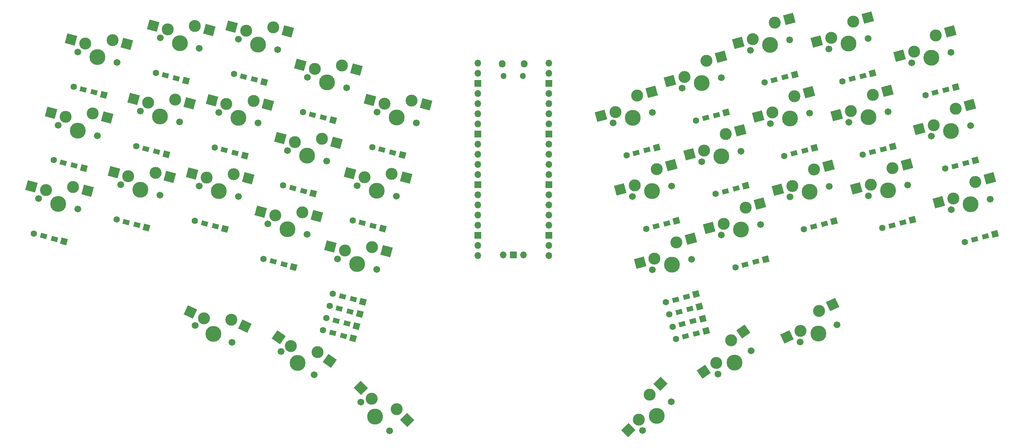
<source format=gbs>
G04 #@! TF.GenerationSoftware,KiCad,Pcbnew,(6.0.4)*
G04 #@! TF.CreationDate,2023-02-24T10:48:44-05:00*
G04 #@! TF.ProjectId,crowboard,63726f77-626f-4617-9264-2e6b69636164,rev?*
G04 #@! TF.SameCoordinates,Original*
G04 #@! TF.FileFunction,Soldermask,Bot*
G04 #@! TF.FilePolarity,Negative*
%FSLAX46Y46*%
G04 Gerber Fmt 4.6, Leading zero omitted, Abs format (unit mm)*
G04 Created by KiCad (PCBNEW (6.0.4)) date 2023-02-24 10:48:44*
%MOMM*%
%LPD*%
G01*
G04 APERTURE LIST*
G04 Aperture macros list*
%AMRotRect*
0 Rectangle, with rotation*
0 The origin of the aperture is its center*
0 $1 length*
0 $2 width*
0 $3 Rotation angle, in degrees counterclockwise*
0 Add horizontal line*
21,1,$1,$2,0,0,$3*%
G04 Aperture macros list end*
%ADD10RotRect,2.550000X2.500000X25.000000*%
%ADD11C,3.000000*%
%ADD12C,3.987800*%
%ADD13C,1.701800*%
%ADD14RotRect,2.550000X2.500000X35.000000*%
%ADD15RotRect,2.550000X2.500000X45.000000*%
%ADD16RotRect,2.550000X2.500000X315.000000*%
%ADD17RotRect,2.550000X2.500000X325.000000*%
%ADD18RotRect,2.550000X2.500000X335.000000*%
%ADD19RotRect,2.550000X2.500000X15.000000*%
%ADD20RotRect,2.550000X2.500000X345.000000*%
%ADD21RotRect,1.600000X1.200000X345.000000*%
%ADD22RotRect,1.600000X1.600000X345.000000*%
%ADD23C,1.600000*%
%ADD24RotRect,1.600000X1.200000X15.000000*%
%ADD25RotRect,1.600000X1.600000X15.000000*%
%ADD26O,1.700000X1.700000*%
%ADD27R,1.700000X1.700000*%
%ADD28O,1.800000X1.800000*%
%ADD29O,1.500000X1.500000*%
G04 APERTURE END LIST*
D10*
X229087346Y-107246998D03*
D11*
X225688692Y-108831816D03*
X221007088Y-113817464D03*
D12*
X225533571Y-114509310D03*
D13*
X230137615Y-112362409D03*
X220929527Y-116656211D03*
D10*
X217608434Y-115402282D03*
D14*
X206715443Y-114025883D03*
D11*
X203643623Y-116176794D03*
X199898892Y-121899651D03*
D12*
X204476745Y-121794971D03*
D13*
X208638037Y-118881203D03*
X200315453Y-124708739D03*
D14*
X196827071Y-124050563D03*
D15*
X185919019Y-127174456D03*
D11*
X183267369Y-129826106D03*
X180573292Y-136112286D03*
D12*
X185063420Y-135214260D03*
D13*
X188655522Y-131622158D03*
X181471318Y-138806362D03*
D15*
X177921642Y-138763936D03*
D16*
X122568438Y-136179857D03*
D11*
X119916788Y-133528207D03*
X113630608Y-130834130D03*
D12*
X114528634Y-135324258D03*
D13*
X118120736Y-138916360D03*
X110936532Y-131732156D03*
D16*
X110978958Y-128182480D03*
D17*
X103181543Y-121351472D03*
D11*
X100109722Y-119200561D03*
X93451223Y-117638997D03*
D12*
X95115308Y-121904969D03*
D13*
X99276600Y-124818737D03*
X90954016Y-118991201D03*
D17*
X90379403Y-115488085D03*
D18*
X81906059Y-112673533D03*
D11*
X78507405Y-111088715D03*
X71678900Y-110707111D03*
D12*
X74058482Y-114619308D03*
D13*
X78662526Y-116766209D03*
X69454438Y-112472407D03*
D18*
X68280246Y-109122292D03*
D19*
X268395402Y-75578052D03*
D11*
X264773180Y-76548623D03*
X259296951Y-80645576D03*
D12*
X263634529Y-82112927D03*
D13*
X268541432Y-80798126D03*
X258727626Y-83427728D03*
D19*
X255674729Y-81616147D03*
X247680368Y-72089373D03*
D11*
X244058146Y-73059944D03*
X238581917Y-77156897D03*
D12*
X242919495Y-78624248D03*
D13*
X247826398Y-77309447D03*
X238012592Y-79939049D03*
D19*
X234959695Y-78127468D03*
X228046855Y-72419654D03*
D11*
X224424633Y-73390225D03*
X218948404Y-77487178D03*
D12*
X223285982Y-78954529D03*
D13*
X228192885Y-77639728D03*
X218379079Y-80269330D03*
D19*
X215326182Y-78457749D03*
X210878594Y-81950379D03*
D11*
X207256372Y-82920950D03*
X201780143Y-87017903D03*
D12*
X206117721Y-88485254D03*
D13*
X211024624Y-87170453D03*
X201210818Y-89800055D03*
D19*
X198157921Y-87988474D03*
X193559228Y-90699841D03*
D11*
X189937006Y-91670412D03*
X184460777Y-95767365D03*
D12*
X188798355Y-97234716D03*
D13*
X193705258Y-95919915D03*
X183891452Y-98549517D03*
D19*
X180838555Y-96737936D03*
D20*
X117363135Y-93845787D03*
D11*
X113740913Y-92875215D03*
X106949884Y-93685166D03*
D12*
X109972661Y-97124718D03*
D13*
X114879564Y-98439519D03*
X105065758Y-95809917D03*
D20*
X103327662Y-92714594D03*
X99935103Y-85067208D03*
D11*
X96312881Y-84096636D03*
X89521852Y-84906587D03*
D12*
X92544629Y-88346139D03*
D13*
X97451532Y-89660940D03*
X87637726Y-87031338D03*
D20*
X85899630Y-83936015D03*
X82766842Y-75536483D03*
D11*
X79144620Y-74565911D03*
X72353591Y-75375862D03*
D12*
X75376368Y-78815414D03*
D13*
X80283271Y-80130215D03*
X70469465Y-77500613D03*
D20*
X68731369Y-74405290D03*
X63133329Y-75206202D03*
D11*
X59511107Y-74235630D03*
X52720078Y-75045581D03*
D12*
X55742855Y-78485133D03*
D13*
X60649758Y-79799934D03*
X50835952Y-77170332D03*
D20*
X49097856Y-74075009D03*
X42526962Y-78723998D03*
D11*
X38904740Y-77753426D03*
X32113711Y-78563377D03*
D12*
X35136488Y-82002929D03*
D13*
X40043391Y-83317730D03*
X30229585Y-80688128D03*
D20*
X28491489Y-77592805D03*
D19*
X263464899Y-57177165D03*
D11*
X259842677Y-58147736D03*
X254366448Y-62244689D03*
D12*
X258704026Y-63712040D03*
D13*
X263610929Y-62397239D03*
X253797123Y-65026841D03*
D19*
X250744226Y-63215260D03*
X242749865Y-53688486D03*
D11*
X239127643Y-54659057D03*
X233651414Y-58756010D03*
D12*
X237988992Y-60223361D03*
D13*
X242895895Y-58908560D03*
X233082089Y-61538162D03*
D19*
X230029192Y-59726581D03*
X223116352Y-54018767D03*
D11*
X219494130Y-54989338D03*
X214017901Y-59086291D03*
D12*
X218355479Y-60553642D03*
D13*
X223262382Y-59238841D03*
X213448576Y-61868443D03*
D19*
X210395679Y-60056862D03*
X205948091Y-63549492D03*
D11*
X202325869Y-64520063D03*
X196849640Y-68617016D03*
D12*
X201187218Y-70084367D03*
D13*
X206094121Y-68769566D03*
X196280315Y-71399168D03*
D19*
X193227418Y-69587587D03*
X188628725Y-72298954D03*
D11*
X185006503Y-73269525D03*
X179530274Y-77366478D03*
D12*
X183867852Y-78833829D03*
D13*
X188774755Y-77519028D03*
X178960949Y-80148630D03*
D19*
X175908052Y-78337049D03*
D20*
X122293638Y-75444900D03*
D11*
X118671416Y-74474328D03*
X111880387Y-75284279D03*
D12*
X114903164Y-78723831D03*
D13*
X119810067Y-80038632D03*
X109996261Y-77409030D03*
D20*
X108258165Y-74313707D03*
X104865606Y-66666321D03*
D11*
X101243384Y-65695749D03*
X94452355Y-66505700D03*
D12*
X97475132Y-69945252D03*
D13*
X102382035Y-71260053D03*
X92568229Y-68630451D03*
D20*
X90830133Y-65535128D03*
X87697345Y-57135596D03*
D11*
X84075123Y-56165024D03*
X77284094Y-56974975D03*
D12*
X80306871Y-60414527D03*
D13*
X85213774Y-61729328D03*
X75399968Y-59099726D03*
D20*
X73661872Y-56004403D03*
X68063832Y-56805315D03*
D11*
X64441610Y-55834743D03*
X57650581Y-56644694D03*
D12*
X60673358Y-60084246D03*
D13*
X65580261Y-61399047D03*
X55766455Y-58769445D03*
D20*
X54028359Y-55674122D03*
X47457464Y-60323111D03*
D11*
X43835242Y-59352539D03*
X37044213Y-60162490D03*
D12*
X40066990Y-63602042D03*
D13*
X44973893Y-64916843D03*
X35160087Y-62287241D03*
D20*
X33421991Y-59191918D03*
D19*
X258534396Y-38776278D03*
D11*
X254912174Y-39746849D03*
X249435945Y-43843802D03*
D12*
X253773523Y-45311153D03*
D13*
X258680426Y-43996352D03*
X248866620Y-46625954D03*
D19*
X245813723Y-44814373D03*
X237819362Y-35287599D03*
D11*
X234197140Y-36258170D03*
X228720911Y-40355123D03*
D12*
X233058489Y-41822474D03*
D13*
X237965392Y-40507673D03*
X228151586Y-43137275D03*
D19*
X225098689Y-41325694D03*
X218185849Y-35617880D03*
D11*
X214563627Y-36588451D03*
X209087398Y-40685404D03*
D12*
X213424976Y-42152755D03*
D13*
X218331879Y-40837954D03*
X208518073Y-43467556D03*
D19*
X205465176Y-41655975D03*
X201071921Y-45134046D03*
D11*
X197449699Y-46104617D03*
X191973470Y-50201570D03*
D12*
X196311048Y-51668921D03*
D13*
X201217951Y-50354120D03*
X191404145Y-52983722D03*
D19*
X188351248Y-51172141D03*
X183752556Y-53883509D03*
D11*
X180130334Y-54854080D03*
X174654105Y-58951033D03*
D12*
X178991683Y-60418384D03*
D13*
X183898586Y-59103583D03*
X174084780Y-61733185D03*
D19*
X171031883Y-59921604D03*
D20*
X127278474Y-57058572D03*
D11*
X123656252Y-56088000D03*
X116865223Y-56897951D03*
D12*
X119888000Y-60337503D03*
D13*
X124794903Y-61652304D03*
X114981097Y-59022702D03*
D20*
X113243001Y-55927379D03*
X109850442Y-48279992D03*
D11*
X106228220Y-47309420D03*
X99437191Y-48119371D03*
D12*
X102459968Y-51558923D03*
D13*
X107366871Y-52873724D03*
X97553065Y-50244122D03*
D20*
X95814969Y-47148799D03*
X92627847Y-38734709D03*
D11*
X89005625Y-37764137D03*
X82214596Y-38574088D03*
D12*
X85237373Y-42013640D03*
D13*
X90144276Y-43328441D03*
X80330470Y-40698839D03*
D20*
X78592374Y-37603516D03*
X72994335Y-38404428D03*
D11*
X69372113Y-37433856D03*
X62581084Y-38243807D03*
D12*
X65603861Y-41683359D03*
D13*
X70510764Y-42998160D03*
X60696958Y-40368558D03*
D20*
X58958862Y-37273235D03*
X52387967Y-41922224D03*
D11*
X48765745Y-40951652D03*
X41974716Y-41761603D03*
D12*
X44997493Y-45201155D03*
D13*
X49904396Y-46515956D03*
X40090590Y-43886354D03*
D20*
X38352494Y-40791031D03*
D21*
X39159473Y-72398128D03*
D22*
X41574288Y-73045175D03*
D23*
X34040066Y-71026387D03*
D21*
X36454881Y-71673434D03*
D24*
X199977492Y-59725756D03*
D25*
X202392307Y-59078709D03*
D24*
X197272900Y-60450450D03*
D23*
X194858085Y-61097497D03*
D25*
X264785284Y-71121827D03*
D24*
X262370469Y-71768874D03*
X259665877Y-72493568D03*
D23*
X257251062Y-73140615D03*
D22*
X103967265Y-61002057D03*
D21*
X101552450Y-60355010D03*
D23*
X96433043Y-58983269D03*
D21*
X98847858Y-59630316D03*
X113995646Y-87519918D03*
D22*
X116410461Y-88166965D03*
D23*
X108876239Y-86148177D03*
D21*
X111291054Y-86795224D03*
D22*
X111479959Y-106567852D03*
D21*
X109065144Y-105920805D03*
X106360552Y-105196111D03*
D23*
X103945737Y-104549064D03*
D24*
X204907994Y-78126643D03*
D25*
X207322809Y-77479596D03*
D24*
X202203402Y-78851337D03*
D23*
X199788587Y-79498384D03*
D25*
X244124583Y-67618590D03*
D24*
X241709768Y-68265637D03*
X239005176Y-68990331D03*
D23*
X236590361Y-69637378D03*
D21*
X96621947Y-78755897D03*
D22*
X99036762Y-79402944D03*
D21*
X93917355Y-78031203D03*
D23*
X91502540Y-77384156D03*
D21*
X74523183Y-87626059D03*
D22*
X76937998Y-88273106D03*
D21*
X71818591Y-86901365D03*
D23*
X69403776Y-86254318D03*
D24*
X222076256Y-68595918D03*
D25*
X224491071Y-67948871D03*
D23*
X216956849Y-69967659D03*
D24*
X219371664Y-69320612D03*
D22*
X62234988Y-69541938D03*
D21*
X59820173Y-68894891D03*
X57115581Y-68170197D03*
D23*
X54700766Y-67523150D03*
D22*
X57304486Y-87942825D03*
D21*
X54889671Y-87295778D03*
X52185079Y-86571084D03*
D23*
X49770264Y-85924037D03*
D21*
X91691445Y-97156784D03*
D22*
X94106260Y-97803831D03*
D23*
X86572038Y-95785043D03*
D21*
X88986853Y-96432090D03*
D22*
X86684300Y-51440598D03*
D21*
X84269485Y-50793551D03*
X81564893Y-50068857D03*
D23*
X79150078Y-49421810D03*
D22*
X36643785Y-91446062D03*
D21*
X34228970Y-90799015D03*
X31524378Y-90074321D03*
D23*
X29109563Y-89427274D03*
D24*
X182603793Y-68489776D03*
D25*
X185018608Y-67842729D03*
D23*
X177484386Y-69861517D03*
D24*
X179899201Y-69214470D03*
D22*
X46571198Y-54662082D03*
D21*
X44156383Y-54015035D03*
D23*
X39036976Y-52643294D03*
D21*
X41451791Y-53290341D03*
D25*
X195701364Y-107711318D03*
D24*
X193286549Y-108358365D03*
D23*
X188167142Y-109730106D03*
D24*
X190581957Y-109083059D03*
D26*
X151638000Y-94766000D03*
D27*
X149098000Y-94766000D03*
D26*
X146558000Y-94766000D03*
X157988000Y-46736000D03*
X157988000Y-49276000D03*
D27*
X157988000Y-51816000D03*
D26*
X157988000Y-54356000D03*
X157988000Y-56896000D03*
X157988000Y-59436000D03*
X157988000Y-61976000D03*
D27*
X157988000Y-64516000D03*
D26*
X157988000Y-67056000D03*
X157988000Y-69596000D03*
X157988000Y-72136000D03*
X157988000Y-74676000D03*
D27*
X157988000Y-77216000D03*
D26*
X157988000Y-79756000D03*
X157988000Y-82296000D03*
X157988000Y-84836000D03*
X157988000Y-87376000D03*
D27*
X157988000Y-89916000D03*
D26*
X157988000Y-92456000D03*
X157988000Y-94996000D03*
X140208000Y-94996000D03*
X140208000Y-92456000D03*
D27*
X140208000Y-89916000D03*
D26*
X140208000Y-87376000D03*
X140208000Y-84836000D03*
X140208000Y-82296000D03*
X140208000Y-79756000D03*
D27*
X140208000Y-77216000D03*
D26*
X140208000Y-74676000D03*
X140208000Y-72136000D03*
X140208000Y-69596000D03*
X140208000Y-67056000D03*
D27*
X140208000Y-64516000D03*
D26*
X140208000Y-61976000D03*
X140208000Y-59436000D03*
X140208000Y-56896000D03*
X140208000Y-54356000D03*
D27*
X140208000Y-51816000D03*
D26*
X140208000Y-49276000D03*
X140208000Y-46736000D03*
D28*
X146373000Y-46866000D03*
D29*
X146673000Y-49896000D03*
D28*
X151823000Y-46866000D03*
D29*
X151523000Y-49896000D03*
D24*
X194930050Y-114491994D03*
D25*
X197344865Y-113844947D03*
D24*
X192225458Y-115216688D03*
D23*
X189810643Y-115863735D03*
D25*
X194879613Y-104644503D03*
D24*
X192464798Y-105291550D03*
D23*
X187345391Y-106663291D03*
D24*
X189760206Y-106016244D03*
D25*
X212253312Y-95880483D03*
D24*
X209838497Y-96527530D03*
D23*
X204719090Y-97899271D03*
D24*
X207133905Y-97252224D03*
X246640271Y-86666524D03*
D25*
X249055086Y-86019477D03*
D24*
X243935679Y-87391218D03*
D23*
X241520864Y-88038265D03*
D21*
X64750676Y-50494004D03*
D22*
X67165491Y-51141051D03*
D23*
X59631269Y-49122263D03*
D21*
X62046084Y-49769310D03*
D22*
X109022925Y-115737627D03*
D21*
X106608110Y-115090580D03*
X103903518Y-114365886D03*
D23*
X101488703Y-113718839D03*
D24*
X236664562Y-49895485D03*
D25*
X239079377Y-49248438D03*
D23*
X231545155Y-51267226D03*
D24*
X233959970Y-50620179D03*
X187534296Y-86890663D03*
D25*
X189949111Y-86243616D03*
D24*
X184829704Y-87615357D03*
D23*
X182414889Y-88262404D03*
D25*
X229421574Y-86349758D03*
D24*
X227006759Y-86996805D03*
D23*
X221887352Y-88368546D03*
D24*
X224302167Y-87721499D03*
X267300972Y-90169761D03*
D25*
X269715787Y-89522714D03*
D23*
X262181565Y-91541502D03*
D24*
X264596380Y-90894455D03*
X257439966Y-53367987D03*
D25*
X259854781Y-52720940D03*
D23*
X252320559Y-54739728D03*
D24*
X254735374Y-54092681D03*
X217145753Y-50195031D03*
D25*
X219560568Y-49547984D03*
D23*
X212026346Y-51566772D03*
D24*
X214441161Y-50919725D03*
D21*
X107429860Y-112023766D03*
D22*
X109844675Y-112670813D03*
D23*
X102310453Y-110652025D03*
D21*
X104725268Y-111299072D03*
D22*
X81868501Y-69872219D03*
D21*
X79453686Y-69225172D03*
X76749094Y-68500478D03*
D23*
X74334279Y-67853431D03*
D25*
X196523114Y-110778132D03*
D24*
X194108299Y-111425179D03*
D23*
X188988892Y-112796920D03*
D24*
X191403707Y-112149873D03*
D22*
X110658208Y-109634666D03*
D21*
X108243393Y-108987619D03*
X105538801Y-108262925D03*
D23*
X103123986Y-107615878D03*
D22*
X121340964Y-69766078D03*
D21*
X118926149Y-69119031D03*
D23*
X113806742Y-67747290D03*
D21*
X116221557Y-68394337D03*
M02*

</source>
